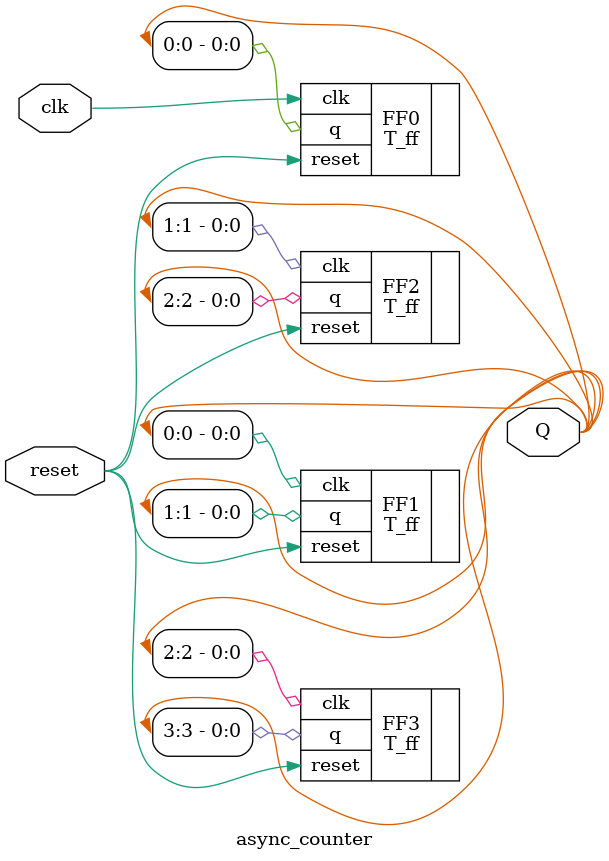
<source format=v>
`timescale 1ns / 1ps

module async_counter (
    input wire clk,
    input wire reset,
    output wire [3:0] Q
);

    
    T_ff FF0 (.clk(clk),    .reset(reset), .q(Q[0]));
    T_ff FF1 (.clk(Q[0]),   .reset(reset), .q(Q[1]));
    T_ff FF2 (.clk(Q[1]),   .reset(reset), .q(Q[2]));
    T_ff FF3 (.clk(Q[2]),   .reset(reset), .q(Q[3]));

endmodule

</source>
